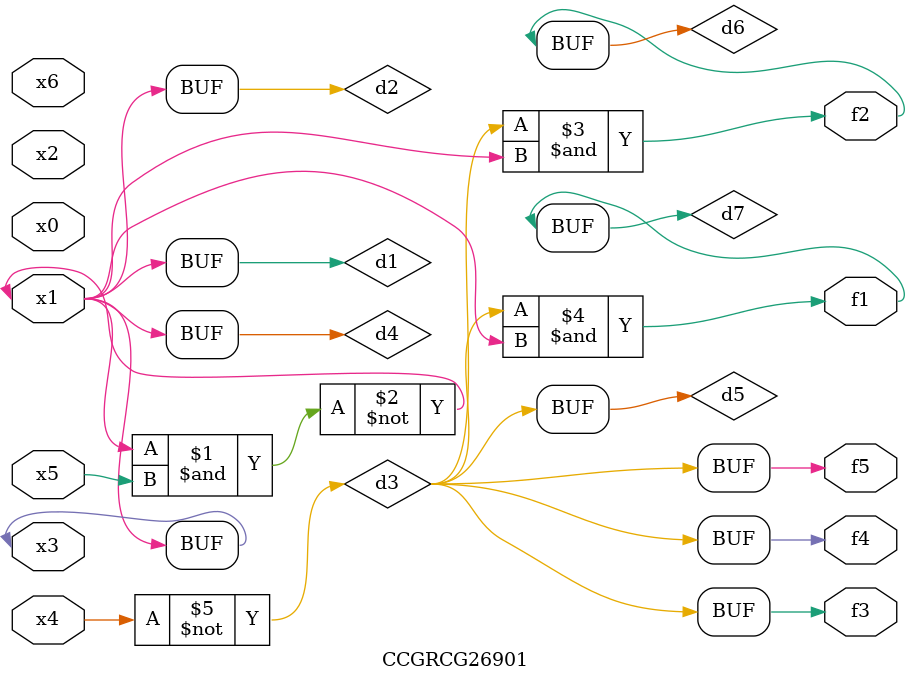
<source format=v>
module CCGRCG26901(
	input x0, x1, x2, x3, x4, x5, x6,
	output f1, f2, f3, f4, f5
);

	wire d1, d2, d3, d4, d5, d6, d7;

	buf (d1, x1, x3);
	nand (d2, x1, x5);
	not (d3, x4);
	buf (d4, d1, d2);
	buf (d5, d3);
	and (d6, d3, d4);
	and (d7, d3, d4);
	assign f1 = d7;
	assign f2 = d6;
	assign f3 = d5;
	assign f4 = d5;
	assign f5 = d5;
endmodule

</source>
